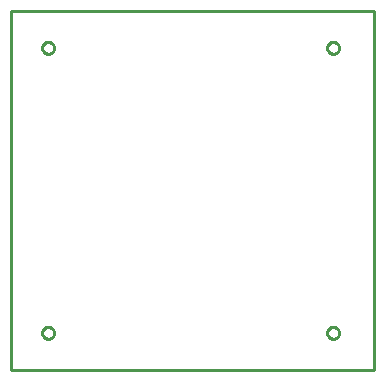
<source format=gbr>
G04 EAGLE Gerber RS-274X export*
G75*
%MOMM*%
%FSLAX34Y34*%
%LPD*%
%IN*%
%IPPOS*%
%AMOC8*
5,1,8,0,0,1.08239X$1,22.5*%
G01*
%ADD10C,0.254000*%


D10*
X0Y0D02*
X307850Y0D01*
X307850Y304700D01*
X0Y304700D01*
X0Y0D01*
X36750Y272769D02*
X36687Y272211D01*
X36562Y271664D01*
X36377Y271134D01*
X36133Y270628D01*
X35834Y270152D01*
X35484Y269713D01*
X35087Y269316D01*
X34648Y268966D01*
X34172Y268667D01*
X33666Y268423D01*
X33136Y268238D01*
X32589Y268113D01*
X32031Y268050D01*
X31469Y268050D01*
X30911Y268113D01*
X30364Y268238D01*
X29834Y268423D01*
X29328Y268667D01*
X28852Y268966D01*
X28413Y269316D01*
X28016Y269713D01*
X27666Y270152D01*
X27367Y270628D01*
X27123Y271134D01*
X26938Y271664D01*
X26813Y272211D01*
X26750Y272769D01*
X26750Y273331D01*
X26813Y273889D01*
X26938Y274436D01*
X27123Y274966D01*
X27367Y275472D01*
X27666Y275948D01*
X28016Y276387D01*
X28413Y276784D01*
X28852Y277134D01*
X29328Y277433D01*
X29834Y277677D01*
X30364Y277862D01*
X30911Y277987D01*
X31469Y278050D01*
X32031Y278050D01*
X32589Y277987D01*
X33136Y277862D01*
X33666Y277677D01*
X34172Y277433D01*
X34648Y277134D01*
X35087Y276784D01*
X35484Y276387D01*
X35834Y275948D01*
X36133Y275472D01*
X36377Y274966D01*
X36562Y274436D01*
X36687Y273889D01*
X36750Y273331D01*
X36750Y272769D01*
X36750Y31469D02*
X36687Y30911D01*
X36562Y30364D01*
X36377Y29834D01*
X36133Y29328D01*
X35834Y28852D01*
X35484Y28413D01*
X35087Y28016D01*
X34648Y27666D01*
X34172Y27367D01*
X33666Y27123D01*
X33136Y26938D01*
X32589Y26813D01*
X32031Y26750D01*
X31469Y26750D01*
X30911Y26813D01*
X30364Y26938D01*
X29834Y27123D01*
X29328Y27367D01*
X28852Y27666D01*
X28413Y28016D01*
X28016Y28413D01*
X27666Y28852D01*
X27367Y29328D01*
X27123Y29834D01*
X26938Y30364D01*
X26813Y30911D01*
X26750Y31469D01*
X26750Y32031D01*
X26813Y32589D01*
X26938Y33136D01*
X27123Y33666D01*
X27367Y34172D01*
X27666Y34648D01*
X28016Y35087D01*
X28413Y35484D01*
X28852Y35834D01*
X29328Y36133D01*
X29834Y36377D01*
X30364Y36562D01*
X30911Y36687D01*
X31469Y36750D01*
X32031Y36750D01*
X32589Y36687D01*
X33136Y36562D01*
X33666Y36377D01*
X34172Y36133D01*
X34648Y35834D01*
X35087Y35484D01*
X35484Y35087D01*
X35834Y34648D01*
X36133Y34172D01*
X36377Y33666D01*
X36562Y33136D01*
X36687Y32589D01*
X36750Y32031D01*
X36750Y31469D01*
X278050Y31469D02*
X277987Y30911D01*
X277862Y30364D01*
X277677Y29834D01*
X277433Y29328D01*
X277134Y28852D01*
X276784Y28413D01*
X276387Y28016D01*
X275948Y27666D01*
X275472Y27367D01*
X274966Y27123D01*
X274436Y26938D01*
X273889Y26813D01*
X273331Y26750D01*
X272769Y26750D01*
X272211Y26813D01*
X271664Y26938D01*
X271134Y27123D01*
X270628Y27367D01*
X270152Y27666D01*
X269713Y28016D01*
X269316Y28413D01*
X268966Y28852D01*
X268667Y29328D01*
X268423Y29834D01*
X268238Y30364D01*
X268113Y30911D01*
X268050Y31469D01*
X268050Y32031D01*
X268113Y32589D01*
X268238Y33136D01*
X268423Y33666D01*
X268667Y34172D01*
X268966Y34648D01*
X269316Y35087D01*
X269713Y35484D01*
X270152Y35834D01*
X270628Y36133D01*
X271134Y36377D01*
X271664Y36562D01*
X272211Y36687D01*
X272769Y36750D01*
X273331Y36750D01*
X273889Y36687D01*
X274436Y36562D01*
X274966Y36377D01*
X275472Y36133D01*
X275948Y35834D01*
X276387Y35484D01*
X276784Y35087D01*
X277134Y34648D01*
X277433Y34172D01*
X277677Y33666D01*
X277862Y33136D01*
X277987Y32589D01*
X278050Y32031D01*
X278050Y31469D01*
X278050Y272769D02*
X277987Y272211D01*
X277862Y271664D01*
X277677Y271134D01*
X277433Y270628D01*
X277134Y270152D01*
X276784Y269713D01*
X276387Y269316D01*
X275948Y268966D01*
X275472Y268667D01*
X274966Y268423D01*
X274436Y268238D01*
X273889Y268113D01*
X273331Y268050D01*
X272769Y268050D01*
X272211Y268113D01*
X271664Y268238D01*
X271134Y268423D01*
X270628Y268667D01*
X270152Y268966D01*
X269713Y269316D01*
X269316Y269713D01*
X268966Y270152D01*
X268667Y270628D01*
X268423Y271134D01*
X268238Y271664D01*
X268113Y272211D01*
X268050Y272769D01*
X268050Y273331D01*
X268113Y273889D01*
X268238Y274436D01*
X268423Y274966D01*
X268667Y275472D01*
X268966Y275948D01*
X269316Y276387D01*
X269713Y276784D01*
X270152Y277134D01*
X270628Y277433D01*
X271134Y277677D01*
X271664Y277862D01*
X272211Y277987D01*
X272769Y278050D01*
X273331Y278050D01*
X273889Y277987D01*
X274436Y277862D01*
X274966Y277677D01*
X275472Y277433D01*
X275948Y277134D01*
X276387Y276784D01*
X276784Y276387D01*
X277134Y275948D01*
X277433Y275472D01*
X277677Y274966D01*
X277862Y274436D01*
X277987Y273889D01*
X278050Y273331D01*
X278050Y272769D01*
M02*

</source>
